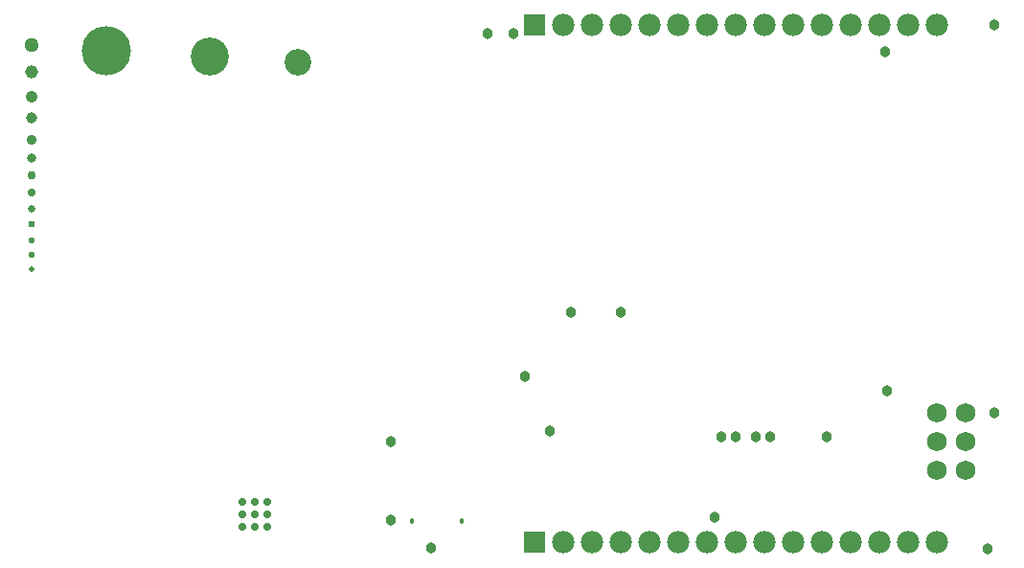
<source format=gbs>
G04 Layer_Color=16711935*
%FSAX25Y25*%
%MOIN*%
G70*
G01*
G75*
%ADD109C,0.06800*%
%ADD110R,0.07800X0.07800*%
%ADD111C,0.07800*%
%ADD112C,0.01800*%
%ADD113C,0.03800*%
%ADD114C,0.05030*%
%ADD115C,0.04200*%
%ADD116C,0.03540*%
%ADD117C,0.03010*%
%ADD118C,0.02590*%
%ADD119C,0.02260*%
%ADD120C,0.02000*%
%ADD121C,0.02769*%
%ADD122C,0.02130*%
%ADD123C,0.02420*%
%ADD124C,0.02790*%
%ADD125C,0.03260*%
%ADD126C,0.03850*%
%ADD127C,0.04590*%
%ADD128C,0.17150*%
%ADD129C,0.09270*%
%ADD130C,0.13200*%
D109*
X0422500Y0155000D02*
D03*
X0432500D02*
D03*
X0422500Y0135000D02*
D03*
Y0145000D02*
D03*
X0432500D02*
D03*
Y0135000D02*
D03*
D110*
X0282500Y0290000D02*
D03*
Y0110000D02*
D03*
D111*
X0292500Y0290000D02*
D03*
X0302500D02*
D03*
X0312500D02*
D03*
X0322500D02*
D03*
X0332500D02*
D03*
X0342500D02*
D03*
X0352500D02*
D03*
X0362500D02*
D03*
X0372500D02*
D03*
X0382500D02*
D03*
X0392500D02*
D03*
X0402500D02*
D03*
X0412500D02*
D03*
X0422500D02*
D03*
X0292500Y0110000D02*
D03*
X0302500D02*
D03*
X0312500D02*
D03*
X0322500D02*
D03*
X0332500D02*
D03*
X0342500D02*
D03*
X0352500D02*
D03*
X0362500D02*
D03*
X0372500D02*
D03*
X0382500D02*
D03*
X0392500D02*
D03*
X0402500D02*
D03*
X0412500D02*
D03*
X0422500D02*
D03*
D112*
X0239839Y0117238D02*
D03*
X0257161D02*
D03*
D113*
X0232500Y0145000D02*
D03*
Y0117500D02*
D03*
X0287984Y0148500D02*
D03*
X0442500Y0290000D02*
D03*
Y0155000D02*
D03*
X0295000Y0190000D02*
D03*
X0312500D02*
D03*
X0405000Y0162500D02*
D03*
X0384000Y0146500D02*
D03*
X0279000Y0167500D02*
D03*
X0275000Y0287000D02*
D03*
X0347500Y0146500D02*
D03*
X0440000Y0107500D02*
D03*
X0359500Y0146500D02*
D03*
X0404500Y0280500D02*
D03*
X0352500Y0146500D02*
D03*
X0345000Y0118500D02*
D03*
X0266000Y0287000D02*
D03*
X0246500Y0108000D02*
D03*
X0364500Y0146500D02*
D03*
D114*
X0107500Y0283000D02*
D03*
D115*
Y0265000D02*
D03*
D116*
Y0250000D02*
D03*
D117*
Y0237500D02*
D03*
D118*
Y0226000D02*
D03*
D119*
Y0215000D02*
D03*
D120*
Y0205000D02*
D03*
D121*
X0189331Y0115169D02*
D03*
X0185000D02*
D03*
X0180669D02*
D03*
X0189331Y0119500D02*
D03*
X0185000D02*
D03*
X0180669D02*
D03*
X0189331Y0123831D02*
D03*
X0185000D02*
D03*
X0180669D02*
D03*
D122*
X0107500Y0210000D02*
D03*
D123*
Y0220500D02*
D03*
D124*
Y0231500D02*
D03*
D125*
Y0243500D02*
D03*
D126*
Y0257500D02*
D03*
D127*
Y0273500D02*
D03*
D128*
X0133500Y0281000D02*
D03*
D129*
X0200000Y0277000D02*
D03*
D130*
X0169500Y0279000D02*
D03*
M02*

</source>
